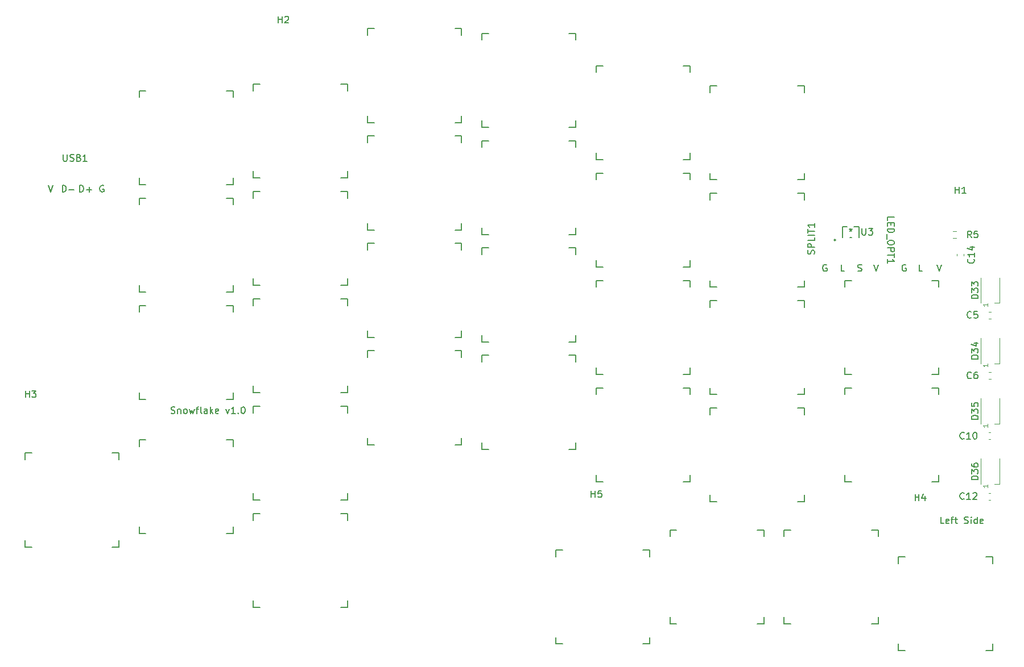
<source format=gbr>
G04 #@! TF.GenerationSoftware,KiCad,Pcbnew,(5.1.7)-1*
G04 #@! TF.CreationDate,2020-12-30T19:43:10-05:00*
G04 #@! TF.ProjectId,snowflake,736e6f77-666c-4616-9b65-2e6b69636164,rev?*
G04 #@! TF.SameCoordinates,Original*
G04 #@! TF.FileFunction,Legend,Top*
G04 #@! TF.FilePolarity,Positive*
%FSLAX46Y46*%
G04 Gerber Fmt 4.6, Leading zero omitted, Abs format (unit mm)*
G04 Created by KiCad (PCBNEW (5.1.7)-1) date 2020-12-30 19:43:10*
%MOMM*%
%LPD*%
G01*
G04 APERTURE LIST*
%ADD10C,0.150000*%
%ADD11C,0.120000*%
%ADD12C,0.152400*%
G04 APERTURE END LIST*
D10*
X97061904Y-78400000D02*
X96966666Y-78352380D01*
X96823809Y-78352380D01*
X96680952Y-78400000D01*
X96585714Y-78495238D01*
X96538095Y-78590476D01*
X96490476Y-78780952D01*
X96490476Y-78923809D01*
X96538095Y-79114285D01*
X96585714Y-79209523D01*
X96680952Y-79304761D01*
X96823809Y-79352380D01*
X96919047Y-79352380D01*
X97061904Y-79304761D01*
X97109523Y-79257142D01*
X97109523Y-78923809D01*
X96919047Y-78923809D01*
X93519047Y-79352380D02*
X93519047Y-78352380D01*
X93757142Y-78352380D01*
X93900000Y-78400000D01*
X93995238Y-78495238D01*
X94042857Y-78590476D01*
X94090476Y-78780952D01*
X94090476Y-78923809D01*
X94042857Y-79114285D01*
X93995238Y-79209523D01*
X93900000Y-79304761D01*
X93757142Y-79352380D01*
X93519047Y-79352380D01*
X94519047Y-78971428D02*
X95280952Y-78971428D01*
X94900000Y-79352380D02*
X94900000Y-78590476D01*
X90919047Y-79352380D02*
X90919047Y-78352380D01*
X91157142Y-78352380D01*
X91300000Y-78400000D01*
X91395238Y-78495238D01*
X91442857Y-78590476D01*
X91490476Y-78780952D01*
X91490476Y-78923809D01*
X91442857Y-79114285D01*
X91395238Y-79209523D01*
X91300000Y-79304761D01*
X91157142Y-79352380D01*
X90919047Y-79352380D01*
X91919047Y-78971428D02*
X92680952Y-78971428D01*
X88866666Y-78352380D02*
X89200000Y-79352380D01*
X89533333Y-78352380D01*
X221066666Y-90152380D02*
X221400000Y-91152380D01*
X221733333Y-90152380D01*
X218909523Y-91152380D02*
X218433333Y-91152380D01*
X218433333Y-90152380D01*
X216461904Y-90200000D02*
X216366666Y-90152380D01*
X216223809Y-90152380D01*
X216080952Y-90200000D01*
X215985714Y-90295238D01*
X215938095Y-90390476D01*
X215890476Y-90580952D01*
X215890476Y-90723809D01*
X215938095Y-90914285D01*
X215985714Y-91009523D01*
X216080952Y-91104761D01*
X216223809Y-91152380D01*
X216319047Y-91152380D01*
X216461904Y-91104761D01*
X216509523Y-91057142D01*
X216509523Y-90723809D01*
X216319047Y-90723809D01*
X211666666Y-90152380D02*
X212000000Y-91152380D01*
X212333333Y-90152380D01*
X209314285Y-91104761D02*
X209457142Y-91152380D01*
X209695238Y-91152380D01*
X209790476Y-91104761D01*
X209838095Y-91057142D01*
X209885714Y-90961904D01*
X209885714Y-90866666D01*
X209838095Y-90771428D01*
X209790476Y-90723809D01*
X209695238Y-90676190D01*
X209504761Y-90628571D01*
X209409523Y-90580952D01*
X209361904Y-90533333D01*
X209314285Y-90438095D01*
X209314285Y-90342857D01*
X209361904Y-90247619D01*
X209409523Y-90200000D01*
X209504761Y-90152380D01*
X209742857Y-90152380D01*
X209885714Y-90200000D01*
X207309523Y-91152380D02*
X206833333Y-91152380D01*
X206833333Y-90152380D01*
X204661904Y-90200000D02*
X204566666Y-90152380D01*
X204423809Y-90152380D01*
X204280952Y-90200000D01*
X204185714Y-90295238D01*
X204138095Y-90390476D01*
X204090476Y-90580952D01*
X204090476Y-90723809D01*
X204138095Y-90914285D01*
X204185714Y-91009523D01*
X204280952Y-91104761D01*
X204423809Y-91152380D01*
X204519047Y-91152380D01*
X204661904Y-91104761D01*
X204709523Y-91057142D01*
X204709523Y-90723809D01*
X204519047Y-90723809D01*
X107100000Y-112304761D02*
X107242857Y-112352380D01*
X107480952Y-112352380D01*
X107576190Y-112304761D01*
X107623809Y-112257142D01*
X107671428Y-112161904D01*
X107671428Y-112066666D01*
X107623809Y-111971428D01*
X107576190Y-111923809D01*
X107480952Y-111876190D01*
X107290476Y-111828571D01*
X107195238Y-111780952D01*
X107147619Y-111733333D01*
X107100000Y-111638095D01*
X107100000Y-111542857D01*
X107147619Y-111447619D01*
X107195238Y-111400000D01*
X107290476Y-111352380D01*
X107528571Y-111352380D01*
X107671428Y-111400000D01*
X108100000Y-111685714D02*
X108100000Y-112352380D01*
X108100000Y-111780952D02*
X108147619Y-111733333D01*
X108242857Y-111685714D01*
X108385714Y-111685714D01*
X108480952Y-111733333D01*
X108528571Y-111828571D01*
X108528571Y-112352380D01*
X109147619Y-112352380D02*
X109052380Y-112304761D01*
X109004761Y-112257142D01*
X108957142Y-112161904D01*
X108957142Y-111876190D01*
X109004761Y-111780952D01*
X109052380Y-111733333D01*
X109147619Y-111685714D01*
X109290476Y-111685714D01*
X109385714Y-111733333D01*
X109433333Y-111780952D01*
X109480952Y-111876190D01*
X109480952Y-112161904D01*
X109433333Y-112257142D01*
X109385714Y-112304761D01*
X109290476Y-112352380D01*
X109147619Y-112352380D01*
X109814285Y-111685714D02*
X110004761Y-112352380D01*
X110195238Y-111876190D01*
X110385714Y-112352380D01*
X110576190Y-111685714D01*
X110814285Y-111685714D02*
X111195238Y-111685714D01*
X110957142Y-112352380D02*
X110957142Y-111495238D01*
X111004761Y-111400000D01*
X111100000Y-111352380D01*
X111195238Y-111352380D01*
X111671428Y-112352380D02*
X111576190Y-112304761D01*
X111528571Y-112209523D01*
X111528571Y-111352380D01*
X112480952Y-112352380D02*
X112480952Y-111828571D01*
X112433333Y-111733333D01*
X112338095Y-111685714D01*
X112147619Y-111685714D01*
X112052380Y-111733333D01*
X112480952Y-112304761D02*
X112385714Y-112352380D01*
X112147619Y-112352380D01*
X112052380Y-112304761D01*
X112004761Y-112209523D01*
X112004761Y-112114285D01*
X112052380Y-112019047D01*
X112147619Y-111971428D01*
X112385714Y-111971428D01*
X112480952Y-111923809D01*
X112957142Y-112352380D02*
X112957142Y-111352380D01*
X113052380Y-111971428D02*
X113338095Y-112352380D01*
X113338095Y-111685714D02*
X112957142Y-112066666D01*
X114147619Y-112304761D02*
X114052380Y-112352380D01*
X113861904Y-112352380D01*
X113766666Y-112304761D01*
X113719047Y-112209523D01*
X113719047Y-111828571D01*
X113766666Y-111733333D01*
X113861904Y-111685714D01*
X114052380Y-111685714D01*
X114147619Y-111733333D01*
X114195238Y-111828571D01*
X114195238Y-111923809D01*
X113719047Y-112019047D01*
X115290476Y-111685714D02*
X115528571Y-112352380D01*
X115766666Y-111685714D01*
X116671428Y-112352380D02*
X116100000Y-112352380D01*
X116385714Y-112352380D02*
X116385714Y-111352380D01*
X116290476Y-111495238D01*
X116195238Y-111590476D01*
X116100000Y-111638095D01*
X117100000Y-112257142D02*
X117147619Y-112304761D01*
X117100000Y-112352380D01*
X117052380Y-112304761D01*
X117100000Y-112257142D01*
X117100000Y-112352380D01*
X117766666Y-111352380D02*
X117861904Y-111352380D01*
X117957142Y-111400000D01*
X118004761Y-111447619D01*
X118052380Y-111542857D01*
X118100000Y-111733333D01*
X118100000Y-111971428D01*
X118052380Y-112161904D01*
X118004761Y-112257142D01*
X117957142Y-112304761D01*
X117861904Y-112352380D01*
X117766666Y-112352380D01*
X117671428Y-112304761D01*
X117623809Y-112257142D01*
X117576190Y-112161904D01*
X117528571Y-111971428D01*
X117528571Y-111733333D01*
X117576190Y-111542857D01*
X117623809Y-111447619D01*
X117671428Y-111400000D01*
X117766666Y-111352380D01*
X222133333Y-128752380D02*
X221657142Y-128752380D01*
X221657142Y-127752380D01*
X222847619Y-128704761D02*
X222752380Y-128752380D01*
X222561904Y-128752380D01*
X222466666Y-128704761D01*
X222419047Y-128609523D01*
X222419047Y-128228571D01*
X222466666Y-128133333D01*
X222561904Y-128085714D01*
X222752380Y-128085714D01*
X222847619Y-128133333D01*
X222895238Y-128228571D01*
X222895238Y-128323809D01*
X222419047Y-128419047D01*
X223180952Y-128085714D02*
X223561904Y-128085714D01*
X223323809Y-128752380D02*
X223323809Y-127895238D01*
X223371428Y-127800000D01*
X223466666Y-127752380D01*
X223561904Y-127752380D01*
X223752380Y-128085714D02*
X224133333Y-128085714D01*
X223895238Y-127752380D02*
X223895238Y-128609523D01*
X223942857Y-128704761D01*
X224038095Y-128752380D01*
X224133333Y-128752380D01*
X225180952Y-128704761D02*
X225323809Y-128752380D01*
X225561904Y-128752380D01*
X225657142Y-128704761D01*
X225704761Y-128657142D01*
X225752380Y-128561904D01*
X225752380Y-128466666D01*
X225704761Y-128371428D01*
X225657142Y-128323809D01*
X225561904Y-128276190D01*
X225371428Y-128228571D01*
X225276190Y-128180952D01*
X225228571Y-128133333D01*
X225180952Y-128038095D01*
X225180952Y-127942857D01*
X225228571Y-127847619D01*
X225276190Y-127800000D01*
X225371428Y-127752380D01*
X225609523Y-127752380D01*
X225752380Y-127800000D01*
X226180952Y-128752380D02*
X226180952Y-128085714D01*
X226180952Y-127752380D02*
X226133333Y-127800000D01*
X226180952Y-127847619D01*
X226228571Y-127800000D01*
X226180952Y-127752380D01*
X226180952Y-127847619D01*
X227085714Y-128752380D02*
X227085714Y-127752380D01*
X227085714Y-128704761D02*
X226990476Y-128752380D01*
X226800000Y-128752380D01*
X226704761Y-128704761D01*
X226657142Y-128657142D01*
X226609523Y-128561904D01*
X226609523Y-128276190D01*
X226657142Y-128180952D01*
X226704761Y-128133333D01*
X226800000Y-128085714D01*
X226990476Y-128085714D01*
X227085714Y-128133333D01*
X227942857Y-128704761D02*
X227847619Y-128752380D01*
X227657142Y-128752380D01*
X227561904Y-128704761D01*
X227514285Y-128609523D01*
X227514285Y-128228571D01*
X227561904Y-128133333D01*
X227657142Y-128085714D01*
X227847619Y-128085714D01*
X227942857Y-128133333D01*
X227990476Y-128228571D01*
X227990476Y-128323809D01*
X227514285Y-128419047D01*
D11*
X225110000Y-88553733D02*
X225110000Y-88846267D01*
X224090000Y-88553733D02*
X224090000Y-88846267D01*
D12*
X208110540Y-86125500D02*
X208389458Y-86125500D01*
X209456499Y-86125500D02*
X209456499Y-84474500D01*
X209456499Y-84474500D02*
X208760539Y-84474500D01*
X207043499Y-84474500D02*
X207043499Y-86125500D01*
X207739459Y-84474500D02*
X207043499Y-84474500D01*
X206027499Y-86493800D02*
G75*
G03*
X206027499Y-86493800I-127000J0D01*
G01*
D11*
X223954724Y-85177500D02*
X223445276Y-85177500D01*
X223954724Y-86222500D02*
X223445276Y-86222500D01*
D10*
X229350000Y-133690000D02*
X229350000Y-134690000D01*
X228350000Y-147690000D02*
X229350000Y-147690000D01*
X229350000Y-133690000D02*
X228350000Y-133690000D01*
X229350000Y-146690000D02*
X229350000Y-147690000D01*
X215350000Y-147690000D02*
X215350000Y-146690000D01*
X216350000Y-133690000D02*
X215350000Y-133690000D01*
X215350000Y-147690000D02*
X216350000Y-147690000D01*
X215350000Y-134690000D02*
X215350000Y-133690000D01*
X212350000Y-129690000D02*
X212350000Y-130690000D01*
X211350000Y-143690000D02*
X212350000Y-143690000D01*
X212350000Y-129690000D02*
X211350000Y-129690000D01*
X212350000Y-142690000D02*
X212350000Y-143690000D01*
X198350000Y-143690000D02*
X198350000Y-142690000D01*
X199350000Y-129690000D02*
X198350000Y-129690000D01*
X198350000Y-143690000D02*
X199350000Y-143690000D01*
X198350000Y-130690000D02*
X198350000Y-129690000D01*
X195350000Y-129690000D02*
X195350000Y-130690000D01*
X194350000Y-143690000D02*
X195350000Y-143690000D01*
X195350000Y-129690000D02*
X194350000Y-129690000D01*
X195350000Y-142690000D02*
X195350000Y-143690000D01*
X181350000Y-143690000D02*
X181350000Y-142690000D01*
X182350000Y-129690000D02*
X181350000Y-129690000D01*
X181350000Y-143690000D02*
X182350000Y-143690000D01*
X181350000Y-130690000D02*
X181350000Y-129690000D01*
X178350000Y-132690000D02*
X178350000Y-133690000D01*
X177350000Y-146690000D02*
X178350000Y-146690000D01*
X178350000Y-132690000D02*
X177350000Y-132690000D01*
X178350000Y-145690000D02*
X178350000Y-146690000D01*
X164350000Y-146690000D02*
X164350000Y-145690000D01*
X165350000Y-132690000D02*
X164350000Y-132690000D01*
X164350000Y-146690000D02*
X165350000Y-146690000D01*
X164350000Y-133690000D02*
X164350000Y-132690000D01*
X133350000Y-127250000D02*
X133350000Y-128250000D01*
X132350000Y-141250000D02*
X133350000Y-141250000D01*
X133350000Y-127250000D02*
X132350000Y-127250000D01*
X133350000Y-140250000D02*
X133350000Y-141250000D01*
X119350000Y-141250000D02*
X119350000Y-140250000D01*
X120350000Y-127250000D02*
X119350000Y-127250000D01*
X119350000Y-141250000D02*
X120350000Y-141250000D01*
X119350000Y-128250000D02*
X119350000Y-127250000D01*
X221350000Y-108520000D02*
X221350000Y-109520000D01*
X220350000Y-122520000D02*
X221350000Y-122520000D01*
X221350000Y-108520000D02*
X220350000Y-108520000D01*
X221350000Y-121520000D02*
X221350000Y-122520000D01*
X207350000Y-122520000D02*
X207350000Y-121520000D01*
X208350000Y-108520000D02*
X207350000Y-108520000D01*
X207350000Y-122520000D02*
X208350000Y-122520000D01*
X207350000Y-109520000D02*
X207350000Y-108520000D01*
X201350000Y-111520000D02*
X201350000Y-112520000D01*
X200350000Y-125520000D02*
X201350000Y-125520000D01*
X201350000Y-111520000D02*
X200350000Y-111520000D01*
X201350000Y-124520000D02*
X201350000Y-125520000D01*
X187350000Y-125520000D02*
X187350000Y-124520000D01*
X188350000Y-111520000D02*
X187350000Y-111520000D01*
X187350000Y-125520000D02*
X188350000Y-125520000D01*
X187350000Y-112520000D02*
X187350000Y-111520000D01*
X184350000Y-108520000D02*
X184350000Y-109520000D01*
X183350000Y-122520000D02*
X184350000Y-122520000D01*
X184350000Y-108520000D02*
X183350000Y-108520000D01*
X184350000Y-121520000D02*
X184350000Y-122520000D01*
X170350000Y-122520000D02*
X170350000Y-121520000D01*
X171350000Y-108520000D02*
X170350000Y-108520000D01*
X170350000Y-122520000D02*
X171350000Y-122520000D01*
X170350000Y-109520000D02*
X170350000Y-108520000D01*
X167350000Y-103690000D02*
X167350000Y-104690000D01*
X166350000Y-117690000D02*
X167350000Y-117690000D01*
X167350000Y-103690000D02*
X166350000Y-103690000D01*
X167350000Y-116690000D02*
X167350000Y-117690000D01*
X153350000Y-117690000D02*
X153350000Y-116690000D01*
X154350000Y-103690000D02*
X153350000Y-103690000D01*
X153350000Y-117690000D02*
X154350000Y-117690000D01*
X153350000Y-104690000D02*
X153350000Y-103690000D01*
X150350000Y-102990000D02*
X150350000Y-103990000D01*
X149350000Y-116990000D02*
X150350000Y-116990000D01*
X150350000Y-102990000D02*
X149350000Y-102990000D01*
X150350000Y-115990000D02*
X150350000Y-116990000D01*
X136350000Y-116990000D02*
X136350000Y-115990000D01*
X137350000Y-102990000D02*
X136350000Y-102990000D01*
X136350000Y-116990000D02*
X137350000Y-116990000D01*
X136350000Y-103990000D02*
X136350000Y-102990000D01*
X133350000Y-111250000D02*
X133350000Y-112250000D01*
X132350000Y-125250000D02*
X133350000Y-125250000D01*
X133350000Y-111250000D02*
X132350000Y-111250000D01*
X133350000Y-124250000D02*
X133350000Y-125250000D01*
X119350000Y-125250000D02*
X119350000Y-124250000D01*
X120350000Y-111250000D02*
X119350000Y-111250000D01*
X119350000Y-125250000D02*
X120350000Y-125250000D01*
X119350000Y-112250000D02*
X119350000Y-111250000D01*
X116350000Y-116250000D02*
X116350000Y-117250000D01*
X115350000Y-130250000D02*
X116350000Y-130250000D01*
X116350000Y-116250000D02*
X115350000Y-116250000D01*
X116350000Y-129250000D02*
X116350000Y-130250000D01*
X102350000Y-130250000D02*
X102350000Y-129250000D01*
X103350000Y-116250000D02*
X102350000Y-116250000D01*
X102350000Y-130250000D02*
X103350000Y-130250000D01*
X102350000Y-117250000D02*
X102350000Y-116250000D01*
X99350000Y-118250000D02*
X99350000Y-119250000D01*
X98350000Y-132250000D02*
X99350000Y-132250000D01*
X99350000Y-118250000D02*
X98350000Y-118250000D01*
X99350000Y-131250000D02*
X99350000Y-132250000D01*
X85350000Y-132250000D02*
X85350000Y-131250000D01*
X86350000Y-118250000D02*
X85350000Y-118250000D01*
X85350000Y-132250000D02*
X86350000Y-132250000D01*
X85350000Y-119250000D02*
X85350000Y-118250000D01*
X221350000Y-92520000D02*
X221350000Y-93520000D01*
X220350000Y-106520000D02*
X221350000Y-106520000D01*
X221350000Y-92520000D02*
X220350000Y-92520000D01*
X221350000Y-105520000D02*
X221350000Y-106520000D01*
X207350000Y-106520000D02*
X207350000Y-105520000D01*
X208350000Y-92520000D02*
X207350000Y-92520000D01*
X207350000Y-106520000D02*
X208350000Y-106520000D01*
X207350000Y-93520000D02*
X207350000Y-92520000D01*
X201350000Y-95520000D02*
X201350000Y-96520000D01*
X200350000Y-109520000D02*
X201350000Y-109520000D01*
X201350000Y-95520000D02*
X200350000Y-95520000D01*
X201350000Y-108520000D02*
X201350000Y-109520000D01*
X187350000Y-109520000D02*
X187350000Y-108520000D01*
X188350000Y-95520000D02*
X187350000Y-95520000D01*
X187350000Y-109520000D02*
X188350000Y-109520000D01*
X187350000Y-96520000D02*
X187350000Y-95520000D01*
X170350000Y-93520000D02*
X170350000Y-92520000D01*
X170350000Y-106520000D02*
X171350000Y-106520000D01*
X171350000Y-92520000D02*
X170350000Y-92520000D01*
X170350000Y-106520000D02*
X170350000Y-105520000D01*
X184350000Y-105520000D02*
X184350000Y-106520000D01*
X184350000Y-92520000D02*
X183350000Y-92520000D01*
X183350000Y-106520000D02*
X184350000Y-106520000D01*
X184350000Y-92520000D02*
X184350000Y-93520000D01*
X167350000Y-87690000D02*
X167350000Y-88690000D01*
X166350000Y-101690000D02*
X167350000Y-101690000D01*
X167350000Y-87690000D02*
X166350000Y-87690000D01*
X167350000Y-100690000D02*
X167350000Y-101690000D01*
X153350000Y-101690000D02*
X153350000Y-100690000D01*
X154350000Y-87690000D02*
X153350000Y-87690000D01*
X153350000Y-101690000D02*
X154350000Y-101690000D01*
X153350000Y-88690000D02*
X153350000Y-87690000D01*
X150350000Y-86990000D02*
X150350000Y-87990000D01*
X149350000Y-100990000D02*
X150350000Y-100990000D01*
X150350000Y-86990000D02*
X149350000Y-86990000D01*
X150350000Y-99990000D02*
X150350000Y-100990000D01*
X136350000Y-100990000D02*
X136350000Y-99990000D01*
X137350000Y-86990000D02*
X136350000Y-86990000D01*
X136350000Y-100990000D02*
X137350000Y-100990000D01*
X136350000Y-87990000D02*
X136350000Y-86990000D01*
X133350000Y-95250000D02*
X133350000Y-96250000D01*
X132350000Y-109250000D02*
X133350000Y-109250000D01*
X133350000Y-95250000D02*
X132350000Y-95250000D01*
X133350000Y-108250000D02*
X133350000Y-109250000D01*
X119350000Y-109250000D02*
X119350000Y-108250000D01*
X120350000Y-95250000D02*
X119350000Y-95250000D01*
X119350000Y-109250000D02*
X120350000Y-109250000D01*
X119350000Y-96250000D02*
X119350000Y-95250000D01*
X116350000Y-96250000D02*
X116350000Y-97250000D01*
X115350000Y-110250000D02*
X116350000Y-110250000D01*
X116350000Y-96250000D02*
X115350000Y-96250000D01*
X116350000Y-109250000D02*
X116350000Y-110250000D01*
X102350000Y-110250000D02*
X102350000Y-109250000D01*
X103350000Y-96250000D02*
X102350000Y-96250000D01*
X102350000Y-110250000D02*
X103350000Y-110250000D01*
X102350000Y-97250000D02*
X102350000Y-96250000D01*
X201350000Y-79520000D02*
X201350000Y-80520000D01*
X200350000Y-93520000D02*
X201350000Y-93520000D01*
X201350000Y-79520000D02*
X200350000Y-79520000D01*
X201350000Y-92520000D02*
X201350000Y-93520000D01*
X187350000Y-93520000D02*
X187350000Y-92520000D01*
X188350000Y-79520000D02*
X187350000Y-79520000D01*
X187350000Y-93520000D02*
X188350000Y-93520000D01*
X187350000Y-80520000D02*
X187350000Y-79520000D01*
X184350000Y-76520000D02*
X184350000Y-77520000D01*
X183350000Y-90520000D02*
X184350000Y-90520000D01*
X184350000Y-76520000D02*
X183350000Y-76520000D01*
X184350000Y-89520000D02*
X184350000Y-90520000D01*
X170350000Y-90520000D02*
X170350000Y-89520000D01*
X171350000Y-76520000D02*
X170350000Y-76520000D01*
X170350000Y-90520000D02*
X171350000Y-90520000D01*
X170350000Y-77520000D02*
X170350000Y-76520000D01*
X167350000Y-71690000D02*
X167350000Y-72690000D01*
X166350000Y-85690000D02*
X167350000Y-85690000D01*
X167350000Y-71690000D02*
X166350000Y-71690000D01*
X167350000Y-84690000D02*
X167350000Y-85690000D01*
X153350000Y-85690000D02*
X153350000Y-84690000D01*
X154350000Y-71690000D02*
X153350000Y-71690000D01*
X153350000Y-85690000D02*
X154350000Y-85690000D01*
X153350000Y-72690000D02*
X153350000Y-71690000D01*
X150350000Y-70990000D02*
X150350000Y-71990000D01*
X149350000Y-84990000D02*
X150350000Y-84990000D01*
X150350000Y-70990000D02*
X149350000Y-70990000D01*
X150350000Y-83990000D02*
X150350000Y-84990000D01*
X136350000Y-84990000D02*
X136350000Y-83990000D01*
X137350000Y-70990000D02*
X136350000Y-70990000D01*
X136350000Y-84990000D02*
X137350000Y-84990000D01*
X136350000Y-71990000D02*
X136350000Y-70990000D01*
X133350000Y-79250000D02*
X133350000Y-80250000D01*
X132350000Y-93250000D02*
X133350000Y-93250000D01*
X133350000Y-79250000D02*
X132350000Y-79250000D01*
X133350000Y-92250000D02*
X133350000Y-93250000D01*
X119350000Y-93250000D02*
X119350000Y-92250000D01*
X120350000Y-79250000D02*
X119350000Y-79250000D01*
X119350000Y-93250000D02*
X120350000Y-93250000D01*
X119350000Y-80250000D02*
X119350000Y-79250000D01*
X116350000Y-80250000D02*
X116350000Y-81250000D01*
X115350000Y-94250000D02*
X116350000Y-94250000D01*
X116350000Y-80250000D02*
X115350000Y-80250000D01*
X116350000Y-93250000D02*
X116350000Y-94250000D01*
X102350000Y-94250000D02*
X102350000Y-93250000D01*
X103350000Y-80250000D02*
X102350000Y-80250000D01*
X102350000Y-94250000D02*
X103350000Y-94250000D01*
X102350000Y-81250000D02*
X102350000Y-80250000D01*
X201350000Y-63520000D02*
X201350000Y-64520000D01*
X200350000Y-77520000D02*
X201350000Y-77520000D01*
X201350000Y-63520000D02*
X200350000Y-63520000D01*
X201350000Y-76520000D02*
X201350000Y-77520000D01*
X187350000Y-77520000D02*
X187350000Y-76520000D01*
X188350000Y-63520000D02*
X187350000Y-63520000D01*
X187350000Y-77520000D02*
X188350000Y-77520000D01*
X187350000Y-64520000D02*
X187350000Y-63520000D01*
X184350000Y-60520000D02*
X184350000Y-61520000D01*
X183350000Y-74520000D02*
X184350000Y-74520000D01*
X184350000Y-60520000D02*
X183350000Y-60520000D01*
X184350000Y-73520000D02*
X184350000Y-74520000D01*
X170350000Y-74520000D02*
X170350000Y-73520000D01*
X171350000Y-60520000D02*
X170350000Y-60520000D01*
X170350000Y-74520000D02*
X171350000Y-74520000D01*
X170350000Y-61520000D02*
X170350000Y-60520000D01*
X167350000Y-55690000D02*
X167350000Y-56690000D01*
X166350000Y-69690000D02*
X167350000Y-69690000D01*
X167350000Y-55690000D02*
X166350000Y-55690000D01*
X167350000Y-68690000D02*
X167350000Y-69690000D01*
X153350000Y-69690000D02*
X153350000Y-68690000D01*
X154350000Y-55690000D02*
X153350000Y-55690000D01*
X153350000Y-69690000D02*
X154350000Y-69690000D01*
X153350000Y-56690000D02*
X153350000Y-55690000D01*
X150350000Y-54990000D02*
X150350000Y-55990000D01*
X149350000Y-68990000D02*
X150350000Y-68990000D01*
X150350000Y-54990000D02*
X149350000Y-54990000D01*
X150350000Y-67990000D02*
X150350000Y-68990000D01*
X136350000Y-68990000D02*
X136350000Y-67990000D01*
X137350000Y-54990000D02*
X136350000Y-54990000D01*
X136350000Y-68990000D02*
X137350000Y-68990000D01*
X136350000Y-55990000D02*
X136350000Y-54990000D01*
X133350000Y-63250000D02*
X133350000Y-64250000D01*
X132350000Y-77250000D02*
X133350000Y-77250000D01*
X133350000Y-63250000D02*
X132350000Y-63250000D01*
X133350000Y-76250000D02*
X133350000Y-77250000D01*
X119350000Y-77250000D02*
X119350000Y-76250000D01*
X120350000Y-63250000D02*
X119350000Y-63250000D01*
X119350000Y-77250000D02*
X120350000Y-77250000D01*
X119350000Y-64250000D02*
X119350000Y-63250000D01*
X116350000Y-64250000D02*
X116350000Y-65250000D01*
X115350000Y-78250000D02*
X116350000Y-78250000D01*
X116350000Y-64250000D02*
X115350000Y-64250000D01*
X116350000Y-77250000D02*
X116350000Y-78250000D01*
X102350000Y-78250000D02*
X102350000Y-77250000D01*
X103350000Y-64250000D02*
X102350000Y-64250000D01*
X102350000Y-78250000D02*
X103350000Y-78250000D01*
X102350000Y-65250000D02*
X102350000Y-64250000D01*
D11*
X230375000Y-122900000D02*
X229625000Y-122900000D01*
X230375000Y-122900000D02*
X230375000Y-119100000D01*
X227575000Y-122900000D02*
X227575000Y-119100000D01*
X230375000Y-113900000D02*
X229625000Y-113900000D01*
X230375000Y-113900000D02*
X230375000Y-110100000D01*
X227575000Y-113900000D02*
X227575000Y-110100000D01*
X230375000Y-104900000D02*
X229625000Y-104900000D01*
X230375000Y-104900000D02*
X230375000Y-101100000D01*
X227575000Y-104900000D02*
X227575000Y-101100000D01*
X230375000Y-95900000D02*
X229625000Y-95900000D01*
X230375000Y-95900000D02*
X230375000Y-92100000D01*
X227575000Y-95900000D02*
X227575000Y-92100000D01*
X228766233Y-125210000D02*
X229058767Y-125210000D01*
X228766233Y-124190000D02*
X229058767Y-124190000D01*
X228766233Y-116210000D02*
X229058767Y-116210000D01*
X228766233Y-115190000D02*
X229058767Y-115190000D01*
X228828733Y-107210000D02*
X229121267Y-107210000D01*
X228828733Y-106190000D02*
X229121267Y-106190000D01*
X228828733Y-98210000D02*
X229121267Y-98210000D01*
X228828733Y-97190000D02*
X229121267Y-97190000D01*
D10*
X91061904Y-73752380D02*
X91061904Y-74561904D01*
X91109523Y-74657142D01*
X91157142Y-74704761D01*
X91252380Y-74752380D01*
X91442857Y-74752380D01*
X91538095Y-74704761D01*
X91585714Y-74657142D01*
X91633333Y-74561904D01*
X91633333Y-73752380D01*
X92061904Y-74704761D02*
X92204761Y-74752380D01*
X92442857Y-74752380D01*
X92538095Y-74704761D01*
X92585714Y-74657142D01*
X92633333Y-74561904D01*
X92633333Y-74466666D01*
X92585714Y-74371428D01*
X92538095Y-74323809D01*
X92442857Y-74276190D01*
X92252380Y-74228571D01*
X92157142Y-74180952D01*
X92109523Y-74133333D01*
X92061904Y-74038095D01*
X92061904Y-73942857D01*
X92109523Y-73847619D01*
X92157142Y-73800000D01*
X92252380Y-73752380D01*
X92490476Y-73752380D01*
X92633333Y-73800000D01*
X93395238Y-74228571D02*
X93538095Y-74276190D01*
X93585714Y-74323809D01*
X93633333Y-74419047D01*
X93633333Y-74561904D01*
X93585714Y-74657142D01*
X93538095Y-74704761D01*
X93442857Y-74752380D01*
X93061904Y-74752380D01*
X93061904Y-73752380D01*
X93395238Y-73752380D01*
X93490476Y-73800000D01*
X93538095Y-73847619D01*
X93585714Y-73942857D01*
X93585714Y-74038095D01*
X93538095Y-74133333D01*
X93490476Y-74180952D01*
X93395238Y-74228571D01*
X93061904Y-74228571D01*
X94585714Y-74752380D02*
X94014285Y-74752380D01*
X94300000Y-74752380D02*
X94300000Y-73752380D01*
X94204761Y-73895238D01*
X94109523Y-73990476D01*
X94014285Y-74038095D01*
X213747619Y-83595238D02*
X213747619Y-83119047D01*
X214747619Y-83119047D01*
X214271428Y-83928571D02*
X214271428Y-84261904D01*
X213747619Y-84404761D02*
X213747619Y-83928571D01*
X214747619Y-83928571D01*
X214747619Y-84404761D01*
X213747619Y-84833333D02*
X214747619Y-84833333D01*
X214747619Y-85071428D01*
X214700000Y-85214285D01*
X214604761Y-85309523D01*
X214509523Y-85357142D01*
X214319047Y-85404761D01*
X214176190Y-85404761D01*
X213985714Y-85357142D01*
X213890476Y-85309523D01*
X213795238Y-85214285D01*
X213747619Y-85071428D01*
X213747619Y-84833333D01*
X213652380Y-85595238D02*
X213652380Y-86357142D01*
X214747619Y-86785714D02*
X214747619Y-86976190D01*
X214700000Y-87071428D01*
X214604761Y-87166666D01*
X214414285Y-87214285D01*
X214080952Y-87214285D01*
X213890476Y-87166666D01*
X213795238Y-87071428D01*
X213747619Y-86976190D01*
X213747619Y-86785714D01*
X213795238Y-86690476D01*
X213890476Y-86595238D01*
X214080952Y-86547619D01*
X214414285Y-86547619D01*
X214604761Y-86595238D01*
X214700000Y-86690476D01*
X214747619Y-86785714D01*
X213747619Y-87642857D02*
X214747619Y-87642857D01*
X214747619Y-88023809D01*
X214700000Y-88119047D01*
X214652380Y-88166666D01*
X214557142Y-88214285D01*
X214414285Y-88214285D01*
X214319047Y-88166666D01*
X214271428Y-88119047D01*
X214223809Y-88023809D01*
X214223809Y-87642857D01*
X214747619Y-88500000D02*
X214747619Y-89071428D01*
X213747619Y-88785714D02*
X214747619Y-88785714D01*
X213747619Y-89928571D02*
X213747619Y-89357142D01*
X213747619Y-89642857D02*
X214747619Y-89642857D01*
X214604761Y-89547619D01*
X214509523Y-89452380D01*
X214461904Y-89357142D01*
X202804761Y-88585714D02*
X202852380Y-88442857D01*
X202852380Y-88204761D01*
X202804761Y-88109523D01*
X202757142Y-88061904D01*
X202661904Y-88014285D01*
X202566666Y-88014285D01*
X202471428Y-88061904D01*
X202423809Y-88109523D01*
X202376190Y-88204761D01*
X202328571Y-88395238D01*
X202280952Y-88490476D01*
X202233333Y-88538095D01*
X202138095Y-88585714D01*
X202042857Y-88585714D01*
X201947619Y-88538095D01*
X201900000Y-88490476D01*
X201852380Y-88395238D01*
X201852380Y-88157142D01*
X201900000Y-88014285D01*
X202852380Y-87585714D02*
X201852380Y-87585714D01*
X201852380Y-87204761D01*
X201900000Y-87109523D01*
X201947619Y-87061904D01*
X202042857Y-87014285D01*
X202185714Y-87014285D01*
X202280952Y-87061904D01*
X202328571Y-87109523D01*
X202376190Y-87204761D01*
X202376190Y-87585714D01*
X202852380Y-86109523D02*
X202852380Y-86585714D01*
X201852380Y-86585714D01*
X202852380Y-85776190D02*
X201852380Y-85776190D01*
X201852380Y-85442857D02*
X201852380Y-84871428D01*
X202852380Y-85157142D02*
X201852380Y-85157142D01*
X202852380Y-84014285D02*
X202852380Y-84585714D01*
X202852380Y-84300000D02*
X201852380Y-84300000D01*
X201995238Y-84395238D01*
X202090476Y-84490476D01*
X202138095Y-84585714D01*
X226557142Y-89342857D02*
X226604761Y-89390476D01*
X226652380Y-89533333D01*
X226652380Y-89628571D01*
X226604761Y-89771428D01*
X226509523Y-89866666D01*
X226414285Y-89914285D01*
X226223809Y-89961904D01*
X226080952Y-89961904D01*
X225890476Y-89914285D01*
X225795238Y-89866666D01*
X225700000Y-89771428D01*
X225652380Y-89628571D01*
X225652380Y-89533333D01*
X225700000Y-89390476D01*
X225747619Y-89342857D01*
X226652380Y-88390476D02*
X226652380Y-88961904D01*
X226652380Y-88676190D02*
X225652380Y-88676190D01*
X225795238Y-88771428D01*
X225890476Y-88866666D01*
X225938095Y-88961904D01*
X225985714Y-87533333D02*
X226652380Y-87533333D01*
X225604761Y-87771428D02*
X226319047Y-88009523D01*
X226319047Y-87390476D01*
X209938095Y-84752380D02*
X209938095Y-85561904D01*
X209985714Y-85657142D01*
X210033333Y-85704761D01*
X210128571Y-85752380D01*
X210319047Y-85752380D01*
X210414285Y-85704761D01*
X210461904Y-85657142D01*
X210509523Y-85561904D01*
X210509523Y-84752380D01*
X210890476Y-84752380D02*
X211509523Y-84752380D01*
X211176190Y-85133333D01*
X211319047Y-85133333D01*
X211414285Y-85180952D01*
X211461904Y-85228571D01*
X211509523Y-85323809D01*
X211509523Y-85561904D01*
X211461904Y-85657142D01*
X211414285Y-85704761D01*
X211319047Y-85752380D01*
X211033333Y-85752380D01*
X210938095Y-85704761D01*
X210890476Y-85657142D01*
X208249999Y-84752380D02*
X208249999Y-84990476D01*
X208011903Y-84895238D02*
X208249999Y-84990476D01*
X208488094Y-84895238D01*
X208107141Y-85180952D02*
X208249999Y-84990476D01*
X208392856Y-85180952D01*
X169638095Y-124852380D02*
X169638095Y-123852380D01*
X169638095Y-124328571D02*
X170209523Y-124328571D01*
X170209523Y-124852380D02*
X170209523Y-123852380D01*
X171161904Y-123852380D02*
X170685714Y-123852380D01*
X170638095Y-124328571D01*
X170685714Y-124280952D01*
X170780952Y-124233333D01*
X171019047Y-124233333D01*
X171114285Y-124280952D01*
X171161904Y-124328571D01*
X171209523Y-124423809D01*
X171209523Y-124661904D01*
X171161904Y-124757142D01*
X171114285Y-124804761D01*
X171019047Y-124852380D01*
X170780952Y-124852380D01*
X170685714Y-124804761D01*
X170638095Y-124757142D01*
X217838095Y-125352380D02*
X217838095Y-124352380D01*
X217838095Y-124828571D02*
X218409523Y-124828571D01*
X218409523Y-125352380D02*
X218409523Y-124352380D01*
X219314285Y-124685714D02*
X219314285Y-125352380D01*
X219076190Y-124304761D02*
X218838095Y-125019047D01*
X219457142Y-125019047D01*
X85438095Y-109952380D02*
X85438095Y-108952380D01*
X85438095Y-109428571D02*
X86009523Y-109428571D01*
X86009523Y-109952380D02*
X86009523Y-108952380D01*
X86390476Y-108952380D02*
X87009523Y-108952380D01*
X86676190Y-109333333D01*
X86819047Y-109333333D01*
X86914285Y-109380952D01*
X86961904Y-109428571D01*
X87009523Y-109523809D01*
X87009523Y-109761904D01*
X86961904Y-109857142D01*
X86914285Y-109904761D01*
X86819047Y-109952380D01*
X86533333Y-109952380D01*
X86438095Y-109904761D01*
X86390476Y-109857142D01*
X123038095Y-54152380D02*
X123038095Y-53152380D01*
X123038095Y-53628571D02*
X123609523Y-53628571D01*
X123609523Y-54152380D02*
X123609523Y-53152380D01*
X124038095Y-53247619D02*
X124085714Y-53200000D01*
X124180952Y-53152380D01*
X124419047Y-53152380D01*
X124514285Y-53200000D01*
X124561904Y-53247619D01*
X124609523Y-53342857D01*
X124609523Y-53438095D01*
X124561904Y-53580952D01*
X123990476Y-54152380D01*
X124609523Y-54152380D01*
X223838095Y-79552380D02*
X223838095Y-78552380D01*
X223838095Y-79028571D02*
X224409523Y-79028571D01*
X224409523Y-79552380D02*
X224409523Y-78552380D01*
X225409523Y-79552380D02*
X224838095Y-79552380D01*
X225123809Y-79552380D02*
X225123809Y-78552380D01*
X225028571Y-78695238D01*
X224933333Y-78790476D01*
X224838095Y-78838095D01*
X226233333Y-86152380D02*
X225900000Y-85676190D01*
X225661904Y-86152380D02*
X225661904Y-85152380D01*
X226042857Y-85152380D01*
X226138095Y-85200000D01*
X226185714Y-85247619D01*
X226233333Y-85342857D01*
X226233333Y-85485714D01*
X226185714Y-85580952D01*
X226138095Y-85628571D01*
X226042857Y-85676190D01*
X225661904Y-85676190D01*
X227138095Y-85152380D02*
X226661904Y-85152380D01*
X226614285Y-85628571D01*
X226661904Y-85580952D01*
X226757142Y-85533333D01*
X226995238Y-85533333D01*
X227090476Y-85580952D01*
X227138095Y-85628571D01*
X227185714Y-85723809D01*
X227185714Y-85961904D01*
X227138095Y-86057142D01*
X227090476Y-86104761D01*
X226995238Y-86152380D01*
X226757142Y-86152380D01*
X226661904Y-86104761D01*
X226614285Y-86057142D01*
X227227380Y-122214285D02*
X226227380Y-122214285D01*
X226227380Y-121976190D01*
X226275000Y-121833333D01*
X226370238Y-121738095D01*
X226465476Y-121690476D01*
X226655952Y-121642857D01*
X226798809Y-121642857D01*
X226989285Y-121690476D01*
X227084523Y-121738095D01*
X227179761Y-121833333D01*
X227227380Y-121976190D01*
X227227380Y-122214285D01*
X226227380Y-121309523D02*
X226227380Y-120690476D01*
X226608333Y-121023809D01*
X226608333Y-120880952D01*
X226655952Y-120785714D01*
X226703571Y-120738095D01*
X226798809Y-120690476D01*
X227036904Y-120690476D01*
X227132142Y-120738095D01*
X227179761Y-120785714D01*
X227227380Y-120880952D01*
X227227380Y-121166666D01*
X227179761Y-121261904D01*
X227132142Y-121309523D01*
X226227380Y-119833333D02*
X226227380Y-120023809D01*
X226275000Y-120119047D01*
X226322619Y-120166666D01*
X226465476Y-120261904D01*
X226655952Y-120309523D01*
X227036904Y-120309523D01*
X227132142Y-120261904D01*
X227179761Y-120214285D01*
X227227380Y-120119047D01*
X227227380Y-119928571D01*
X227179761Y-119833333D01*
X227132142Y-119785714D01*
X227036904Y-119738095D01*
X226798809Y-119738095D01*
X226703571Y-119785714D01*
X226655952Y-119833333D01*
X226608333Y-119928571D01*
X226608333Y-120119047D01*
X226655952Y-120214285D01*
X226703571Y-120261904D01*
X226798809Y-120309523D01*
D11*
X228664285Y-122935714D02*
X228664285Y-123364285D01*
X228664285Y-123150000D02*
X227914285Y-123150000D01*
X228021428Y-123221428D01*
X228092857Y-123292857D01*
X228128571Y-123364285D01*
D10*
X227227380Y-113214285D02*
X226227380Y-113214285D01*
X226227380Y-112976190D01*
X226275000Y-112833333D01*
X226370238Y-112738095D01*
X226465476Y-112690476D01*
X226655952Y-112642857D01*
X226798809Y-112642857D01*
X226989285Y-112690476D01*
X227084523Y-112738095D01*
X227179761Y-112833333D01*
X227227380Y-112976190D01*
X227227380Y-113214285D01*
X226227380Y-112309523D02*
X226227380Y-111690476D01*
X226608333Y-112023809D01*
X226608333Y-111880952D01*
X226655952Y-111785714D01*
X226703571Y-111738095D01*
X226798809Y-111690476D01*
X227036904Y-111690476D01*
X227132142Y-111738095D01*
X227179761Y-111785714D01*
X227227380Y-111880952D01*
X227227380Y-112166666D01*
X227179761Y-112261904D01*
X227132142Y-112309523D01*
X226227380Y-110785714D02*
X226227380Y-111261904D01*
X226703571Y-111309523D01*
X226655952Y-111261904D01*
X226608333Y-111166666D01*
X226608333Y-110928571D01*
X226655952Y-110833333D01*
X226703571Y-110785714D01*
X226798809Y-110738095D01*
X227036904Y-110738095D01*
X227132142Y-110785714D01*
X227179761Y-110833333D01*
X227227380Y-110928571D01*
X227227380Y-111166666D01*
X227179761Y-111261904D01*
X227132142Y-111309523D01*
D11*
X228664285Y-113935714D02*
X228664285Y-114364285D01*
X228664285Y-114150000D02*
X227914285Y-114150000D01*
X228021428Y-114221428D01*
X228092857Y-114292857D01*
X228128571Y-114364285D01*
D10*
X227227380Y-104214285D02*
X226227380Y-104214285D01*
X226227380Y-103976190D01*
X226275000Y-103833333D01*
X226370238Y-103738095D01*
X226465476Y-103690476D01*
X226655952Y-103642857D01*
X226798809Y-103642857D01*
X226989285Y-103690476D01*
X227084523Y-103738095D01*
X227179761Y-103833333D01*
X227227380Y-103976190D01*
X227227380Y-104214285D01*
X226227380Y-103309523D02*
X226227380Y-102690476D01*
X226608333Y-103023809D01*
X226608333Y-102880952D01*
X226655952Y-102785714D01*
X226703571Y-102738095D01*
X226798809Y-102690476D01*
X227036904Y-102690476D01*
X227132142Y-102738095D01*
X227179761Y-102785714D01*
X227227380Y-102880952D01*
X227227380Y-103166666D01*
X227179761Y-103261904D01*
X227132142Y-103309523D01*
X226560714Y-101833333D02*
X227227380Y-101833333D01*
X226179761Y-102071428D02*
X226894047Y-102309523D01*
X226894047Y-101690476D01*
D11*
X228664285Y-104935714D02*
X228664285Y-105364285D01*
X228664285Y-105150000D02*
X227914285Y-105150000D01*
X228021428Y-105221428D01*
X228092857Y-105292857D01*
X228128571Y-105364285D01*
D10*
X227227380Y-95214285D02*
X226227380Y-95214285D01*
X226227380Y-94976190D01*
X226275000Y-94833333D01*
X226370238Y-94738095D01*
X226465476Y-94690476D01*
X226655952Y-94642857D01*
X226798809Y-94642857D01*
X226989285Y-94690476D01*
X227084523Y-94738095D01*
X227179761Y-94833333D01*
X227227380Y-94976190D01*
X227227380Y-95214285D01*
X226227380Y-94309523D02*
X226227380Y-93690476D01*
X226608333Y-94023809D01*
X226608333Y-93880952D01*
X226655952Y-93785714D01*
X226703571Y-93738095D01*
X226798809Y-93690476D01*
X227036904Y-93690476D01*
X227132142Y-93738095D01*
X227179761Y-93785714D01*
X227227380Y-93880952D01*
X227227380Y-94166666D01*
X227179761Y-94261904D01*
X227132142Y-94309523D01*
X226227380Y-93357142D02*
X226227380Y-92738095D01*
X226608333Y-93071428D01*
X226608333Y-92928571D01*
X226655952Y-92833333D01*
X226703571Y-92785714D01*
X226798809Y-92738095D01*
X227036904Y-92738095D01*
X227132142Y-92785714D01*
X227179761Y-92833333D01*
X227227380Y-92928571D01*
X227227380Y-93214285D01*
X227179761Y-93309523D01*
X227132142Y-93357142D01*
D11*
X228664285Y-95935714D02*
X228664285Y-96364285D01*
X228664285Y-96150000D02*
X227914285Y-96150000D01*
X228021428Y-96221428D01*
X228092857Y-96292857D01*
X228128571Y-96364285D01*
D10*
X225132142Y-125057142D02*
X225084523Y-125104761D01*
X224941666Y-125152380D01*
X224846428Y-125152380D01*
X224703571Y-125104761D01*
X224608333Y-125009523D01*
X224560714Y-124914285D01*
X224513095Y-124723809D01*
X224513095Y-124580952D01*
X224560714Y-124390476D01*
X224608333Y-124295238D01*
X224703571Y-124200000D01*
X224846428Y-124152380D01*
X224941666Y-124152380D01*
X225084523Y-124200000D01*
X225132142Y-124247619D01*
X226084523Y-125152380D02*
X225513095Y-125152380D01*
X225798809Y-125152380D02*
X225798809Y-124152380D01*
X225703571Y-124295238D01*
X225608333Y-124390476D01*
X225513095Y-124438095D01*
X226465476Y-124247619D02*
X226513095Y-124200000D01*
X226608333Y-124152380D01*
X226846428Y-124152380D01*
X226941666Y-124200000D01*
X226989285Y-124247619D01*
X227036904Y-124342857D01*
X227036904Y-124438095D01*
X226989285Y-124580952D01*
X226417857Y-125152380D01*
X227036904Y-125152380D01*
X225132142Y-116057142D02*
X225084523Y-116104761D01*
X224941666Y-116152380D01*
X224846428Y-116152380D01*
X224703571Y-116104761D01*
X224608333Y-116009523D01*
X224560714Y-115914285D01*
X224513095Y-115723809D01*
X224513095Y-115580952D01*
X224560714Y-115390476D01*
X224608333Y-115295238D01*
X224703571Y-115200000D01*
X224846428Y-115152380D01*
X224941666Y-115152380D01*
X225084523Y-115200000D01*
X225132142Y-115247619D01*
X226084523Y-116152380D02*
X225513095Y-116152380D01*
X225798809Y-116152380D02*
X225798809Y-115152380D01*
X225703571Y-115295238D01*
X225608333Y-115390476D01*
X225513095Y-115438095D01*
X226703571Y-115152380D02*
X226798809Y-115152380D01*
X226894047Y-115200000D01*
X226941666Y-115247619D01*
X226989285Y-115342857D01*
X227036904Y-115533333D01*
X227036904Y-115771428D01*
X226989285Y-115961904D01*
X226941666Y-116057142D01*
X226894047Y-116104761D01*
X226798809Y-116152380D01*
X226703571Y-116152380D01*
X226608333Y-116104761D01*
X226560714Y-116057142D01*
X226513095Y-115961904D01*
X226465476Y-115771428D01*
X226465476Y-115533333D01*
X226513095Y-115342857D01*
X226560714Y-115247619D01*
X226608333Y-115200000D01*
X226703571Y-115152380D01*
X226208333Y-107057142D02*
X226160714Y-107104761D01*
X226017857Y-107152380D01*
X225922619Y-107152380D01*
X225779761Y-107104761D01*
X225684523Y-107009523D01*
X225636904Y-106914285D01*
X225589285Y-106723809D01*
X225589285Y-106580952D01*
X225636904Y-106390476D01*
X225684523Y-106295238D01*
X225779761Y-106200000D01*
X225922619Y-106152380D01*
X226017857Y-106152380D01*
X226160714Y-106200000D01*
X226208333Y-106247619D01*
X227065476Y-106152380D02*
X226875000Y-106152380D01*
X226779761Y-106200000D01*
X226732142Y-106247619D01*
X226636904Y-106390476D01*
X226589285Y-106580952D01*
X226589285Y-106961904D01*
X226636904Y-107057142D01*
X226684523Y-107104761D01*
X226779761Y-107152380D01*
X226970238Y-107152380D01*
X227065476Y-107104761D01*
X227113095Y-107057142D01*
X227160714Y-106961904D01*
X227160714Y-106723809D01*
X227113095Y-106628571D01*
X227065476Y-106580952D01*
X226970238Y-106533333D01*
X226779761Y-106533333D01*
X226684523Y-106580952D01*
X226636904Y-106628571D01*
X226589285Y-106723809D01*
X226208333Y-98057142D02*
X226160714Y-98104761D01*
X226017857Y-98152380D01*
X225922619Y-98152380D01*
X225779761Y-98104761D01*
X225684523Y-98009523D01*
X225636904Y-97914285D01*
X225589285Y-97723809D01*
X225589285Y-97580952D01*
X225636904Y-97390476D01*
X225684523Y-97295238D01*
X225779761Y-97200000D01*
X225922619Y-97152380D01*
X226017857Y-97152380D01*
X226160714Y-97200000D01*
X226208333Y-97247619D01*
X227113095Y-97152380D02*
X226636904Y-97152380D01*
X226589285Y-97628571D01*
X226636904Y-97580952D01*
X226732142Y-97533333D01*
X226970238Y-97533333D01*
X227065476Y-97580952D01*
X227113095Y-97628571D01*
X227160714Y-97723809D01*
X227160714Y-97961904D01*
X227113095Y-98057142D01*
X227065476Y-98104761D01*
X226970238Y-98152380D01*
X226732142Y-98152380D01*
X226636904Y-98104761D01*
X226589285Y-98057142D01*
M02*

</source>
